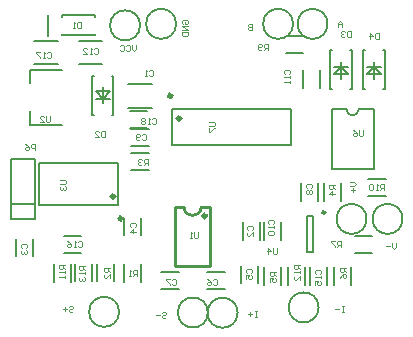
<source format=gbo>
G04*
G04 #@! TF.GenerationSoftware,Altium Limited,Altium Designer,23.10.1 (27)*
G04*
G04 Layer_Color=32896*
%FSLAX25Y25*%
%MOIN*%
G70*
G04*
G04 #@! TF.SameCoordinates,05B082E4-6B6C-4FD1-8055-B93BD63D6B00*
G04*
G04*
G04 #@! TF.FilePolarity,Positive*
G04*
G01*
G75*
%ADD10C,0.01000*%
%ADD12C,0.00787*%
%ADD14C,0.00500*%
%ADD15C,0.00300*%
%ADD61C,0.01181*%
%ADD62C,0.00984*%
%ADD63C,0.00600*%
D10*
X57641Y-66677D02*
G03*
X63361Y-66658I2859J176D01*
G01*
X54594Y-86343D02*
X66405D01*
X54594Y-66658D02*
X57641D01*
X63361D02*
X66405D01*
X54594Y-86343D02*
Y-66658D01*
X66405Y-86343D02*
Y-66658D01*
D12*
X105500Y-5500D02*
G03*
X105500Y-5500I-5000J0D01*
G01*
X118500Y-70500D02*
G03*
X118500Y-70500I-5000J0D01*
G01*
X130500D02*
G03*
X130500Y-70500I-5000J0D01*
G01*
X65600Y-101700D02*
G03*
X65600Y-101700I-5000J0D01*
G01*
X36000Y-101500D02*
G03*
X36000Y-101500I-5000J0D01*
G01*
X43000Y-6000D02*
G03*
X43000Y-6000I-5000J0D01*
G01*
X55000Y-5500D02*
G03*
X55000Y-5500I-5000J0D01*
G01*
X75500Y-101800D02*
G03*
X75500Y-101800I-5000J0D01*
G01*
X102500Y-100000D02*
G03*
X102500Y-100000I-5000J0D01*
G01*
X94000Y-5500D02*
G03*
X94000Y-5500I-5000J0D01*
G01*
X7718Y-19037D02*
X15592D01*
X7718Y-11163D02*
X15592D01*
X98516Y-81602D02*
Y-69398D01*
X100484Y-81602D02*
Y-69398D01*
X98516Y-81602D02*
X100484D01*
X98516Y-69398D02*
X100484D01*
X16890Y-2654D02*
X28110D01*
X16890Y-9347D02*
X28110D01*
X16890Y-3047D02*
Y-2654D01*
X28110Y-3047D02*
Y-2654D01*
X16890Y-9347D02*
Y-8953D01*
X28110Y-9347D02*
Y-8953D01*
X12264Y-9543D02*
Y-2457D01*
X22563Y-18937D02*
X30437D01*
X22563Y-11063D02*
X30437D01*
X0Y-50400D02*
X8000D01*
Y-70500D02*
Y-50400D01*
X-13Y-70500D02*
X7987D01*
X0Y-65500D02*
X8000D01*
X0Y-70500D02*
Y-50400D01*
X39063Y-25563D02*
X46937D01*
X39063Y-33437D02*
X46937D01*
X82854Y-77453D02*
Y-71547D01*
X77146Y-77453D02*
Y-71547D01*
X7354Y-82953D02*
Y-77047D01*
X1646Y-82953D02*
Y-77047D01*
X43354Y-75953D02*
Y-70047D01*
X37646Y-75953D02*
Y-70047D01*
X76646Y-91953D02*
Y-86047D01*
X82354Y-91953D02*
Y-86047D01*
X65449Y-93854D02*
X71354D01*
X65449Y-88146D02*
X71354D01*
X50047D02*
X55953D01*
X50047Y-93854D02*
X55953D01*
X102354Y-64453D02*
Y-58547D01*
X96646Y-64453D02*
Y-58547D01*
X40047Y-40646D02*
X45953D01*
X40047Y-46354D02*
X45953D01*
X89854Y-77453D02*
Y-71547D01*
X84146Y-77453D02*
Y-71547D01*
X97146Y-26854D02*
Y-20949D01*
X102854Y-26854D02*
Y-20949D01*
X37646Y-91551D02*
Y-85646D01*
X43354Y-91551D02*
Y-85646D01*
X28646Y-91354D02*
Y-85449D01*
X34354Y-91354D02*
Y-85449D01*
X40047Y-48646D02*
X45953D01*
X40047Y-54354D02*
X45953D01*
X109854Y-64453D02*
Y-58547D01*
X104146Y-64453D02*
Y-58547D01*
X89854Y-92453D02*
Y-86547D01*
X84146Y-92453D02*
Y-86547D01*
X107646Y-92453D02*
Y-86547D01*
X113354Y-92453D02*
Y-86547D01*
X114547Y-81854D02*
X120453D01*
X114547Y-76146D02*
X120453D01*
X91547Y-15354D02*
X97453D01*
X91547Y-9646D02*
X97453D01*
X105354Y-92453D02*
Y-86547D01*
X99646Y-92453D02*
Y-86547D01*
X17547Y-81854D02*
X23453D01*
X17547Y-76146D02*
X23453D01*
X39547Y-34646D02*
X45453D01*
X39547Y-40354D02*
X45453D01*
X119047Y-57146D02*
X124953D01*
X119047Y-62854D02*
X124953D01*
X14146Y-91453D02*
Y-85547D01*
X19854Y-91453D02*
Y-85547D01*
X97854Y-92453D02*
Y-86547D01*
X92146Y-92453D02*
Y-86547D01*
X26854Y-91354D02*
Y-85449D01*
X21146Y-91354D02*
Y-85449D01*
D14*
X111819Y-34000D02*
G03*
X115819Y-34000I2000J0D01*
G01*
X124543Y-27327D02*
Y-14327D01*
X117457Y-27327D02*
Y-14327D01*
X118600Y-22289D02*
X120962Y-19927D01*
X118600Y-22289D02*
X123324D01*
X120962Y-19927D02*
X123324Y-22289D01*
X118600Y-19927D02*
X123324D01*
X124000Y-27327D02*
X124543D01*
X117457D02*
X118000D01*
X124000Y-14327D02*
X124543D01*
X117457D02*
X118000D01*
X121000Y-23827D02*
Y-18327D01*
X120819Y-54000D02*
Y-34000D01*
X106819Y-54000D02*
Y-34000D01*
Y-54000D02*
X120819D01*
X115819Y-34000D02*
X120819D01*
X106819D02*
X111819D01*
X26957Y-36000D02*
Y-23000D01*
X34043Y-36000D02*
Y-23000D01*
X30538Y-30400D02*
X32900Y-28038D01*
X28176D02*
X32900D01*
X28176D02*
X30538Y-30400D01*
X28176D02*
X32900D01*
X26957Y-23000D02*
X27500D01*
X33500D02*
X34043D01*
X26957Y-36000D02*
X27500D01*
X33500D02*
X34043D01*
X30500Y-32000D02*
Y-26500D01*
X113543Y-27327D02*
Y-14327D01*
X106457Y-27327D02*
Y-14327D01*
X107600Y-22289D02*
X109962Y-19927D01*
X107600Y-22289D02*
X112324D01*
X109962Y-19927D02*
X112324Y-22289D01*
X107600Y-19927D02*
X112324D01*
X113000Y-27327D02*
X113543D01*
X106457D02*
X107000D01*
X113000Y-14327D02*
X113543D01*
X106457D02*
X107000D01*
X110000Y-23827D02*
Y-18327D01*
D15*
X12066Y-15234D02*
X12399Y-14900D01*
X13066D01*
X13399Y-15234D01*
Y-16566D01*
X13066Y-16900D01*
X12399D01*
X12066Y-16566D01*
X11400Y-16900D02*
X10733D01*
X11067D01*
Y-14900D01*
X11400Y-15234D01*
X9734Y-14900D02*
X8401D01*
Y-15234D01*
X9734Y-16566D01*
Y-16900D01*
X16200Y-57434D02*
X17866D01*
X18200Y-57767D01*
Y-58434D01*
X17866Y-58767D01*
X16200D01*
X16533Y-59433D02*
X16200Y-59767D01*
Y-60433D01*
X16533Y-60766D01*
X16867D01*
X17200Y-60433D01*
Y-60100D01*
Y-60433D01*
X17533Y-60766D01*
X17866D01*
X18200Y-60433D01*
Y-59767D01*
X17866Y-59433D01*
X110167Y-6500D02*
Y-5167D01*
X109500Y-4500D01*
X108834Y-5167D01*
Y-6500D01*
Y-5500D01*
X110167D01*
X80166Y-5500D02*
Y-7500D01*
X79167D01*
X78834Y-7166D01*
Y-6833D01*
X79167Y-6500D01*
X80166D01*
X79167D01*
X78834Y-6167D01*
Y-5833D01*
X79167Y-5500D01*
X80166D01*
X111000Y-99500D02*
X110333D01*
X110666D01*
Y-101500D01*
X111000D01*
X110333D01*
X109333Y-100500D02*
X108001D01*
X81999Y-101300D02*
X81333D01*
X81666D01*
Y-103300D01*
X81999D01*
X81333D01*
X80333Y-102300D02*
X79001D01*
X79667Y-101634D02*
Y-102966D01*
X57333Y-5667D02*
X57000Y-5334D01*
Y-4667D01*
X57333Y-4334D01*
X58666D01*
X59000Y-4667D01*
Y-5334D01*
X58666Y-5667D01*
X58000D01*
Y-5001D01*
X59000Y-6334D02*
X57000D01*
X59000Y-7666D01*
X57000D01*
Y-8333D02*
X59000D01*
Y-9333D01*
X58666Y-9666D01*
X57333D01*
X57000Y-9333D01*
Y-8333D01*
X41666Y-12500D02*
Y-13833D01*
X40999Y-14500D01*
X40333Y-13833D01*
Y-12500D01*
X38334Y-12833D02*
X38667Y-12500D01*
X39333D01*
X39666Y-12833D01*
Y-14166D01*
X39333Y-14500D01*
X38667D01*
X38334Y-14166D01*
X36334Y-12833D02*
X36667Y-12500D01*
X37334D01*
X37667Y-12833D01*
Y-14166D01*
X37334Y-14500D01*
X36667D01*
X36334Y-14166D01*
X19333Y-99834D02*
X19666Y-99500D01*
X20333D01*
X20666Y-99834D01*
Y-100167D01*
X20333Y-100500D01*
X19666D01*
X19333Y-100833D01*
Y-101166D01*
X19666Y-101500D01*
X20333D01*
X20666Y-101166D01*
X18667Y-100500D02*
X17334D01*
X18000Y-99834D02*
Y-101166D01*
X50433Y-102033D02*
X50766Y-101700D01*
X51433D01*
X51766Y-102033D01*
Y-102367D01*
X51433Y-102700D01*
X50766D01*
X50433Y-103033D01*
Y-103366D01*
X50766Y-103700D01*
X51433D01*
X51766Y-103366D01*
X49767Y-102700D02*
X48434D01*
X128166Y-78500D02*
Y-79833D01*
X127500Y-80500D01*
X126833Y-79833D01*
Y-78500D01*
X126167Y-79500D02*
X124834D01*
X113000Y-58334D02*
X114333D01*
X115000Y-59000D01*
X114333Y-59667D01*
X113000D01*
X114000Y-60333D02*
Y-61666D01*
X113333Y-61000D02*
X114666D01*
X66000Y-38334D02*
X67666D01*
X68000Y-38667D01*
Y-39334D01*
X67666Y-39667D01*
X66000D01*
Y-40333D02*
Y-41666D01*
X66334D01*
X67666Y-40333D01*
X68000D01*
X24700Y-86201D02*
X22700D01*
Y-87200D01*
X23033Y-87534D01*
X23700D01*
X24033Y-87200D01*
Y-86201D01*
Y-86867D02*
X24700Y-87534D01*
Y-88200D02*
Y-88867D01*
Y-88533D01*
X22700D01*
X23033Y-88200D01*
Y-89866D02*
X22700Y-90200D01*
Y-90866D01*
X23033Y-91199D01*
X23367D01*
X23700Y-90866D01*
Y-90533D01*
Y-90866D01*
X24033Y-91199D01*
X24366D01*
X24700Y-90866D01*
Y-90200D01*
X24366Y-89866D01*
X96200Y-86001D02*
X94200D01*
Y-87001D01*
X94533Y-87334D01*
X95200D01*
X95533Y-87001D01*
Y-86001D01*
Y-86667D02*
X96200Y-87334D01*
Y-88000D02*
Y-88667D01*
Y-88333D01*
X94200D01*
X94533Y-88000D01*
X96200Y-90999D02*
Y-89666D01*
X94867Y-90999D01*
X94533D01*
X94200Y-90666D01*
Y-90000D01*
X94533Y-89666D01*
X18100Y-85734D02*
X16100D01*
Y-86734D01*
X16433Y-87067D01*
X17100D01*
X17433Y-86734D01*
Y-85734D01*
Y-86401D02*
X18100Y-87067D01*
Y-87733D02*
Y-88400D01*
Y-88067D01*
X16100D01*
X16433Y-87733D01*
X18100Y-89399D02*
Y-90066D01*
Y-89733D01*
X16100D01*
X16433Y-89399D01*
X124199Y-60800D02*
Y-58800D01*
X123199D01*
X122866Y-59133D01*
Y-59800D01*
X123199Y-60133D01*
X124199D01*
X123533D02*
X122866Y-60800D01*
X122200D02*
X121533D01*
X121867D01*
Y-58800D01*
X122200Y-59133D01*
X120534D02*
X120201Y-58800D01*
X119534D01*
X119201Y-59133D01*
Y-60466D01*
X119534Y-60800D01*
X120201D01*
X120534Y-60466D01*
Y-59133D01*
X46966Y-37133D02*
X47300Y-36800D01*
X47966D01*
X48299Y-37133D01*
Y-38466D01*
X47966Y-38800D01*
X47300D01*
X46966Y-38466D01*
X46300Y-38800D02*
X45633D01*
X45967D01*
Y-36800D01*
X46300Y-37133D01*
X44634D02*
X44300Y-36800D01*
X43634D01*
X43301Y-37133D01*
Y-37467D01*
X43634Y-37800D01*
X43301Y-38133D01*
Y-38466D01*
X43634Y-38800D01*
X44300D01*
X44634Y-38466D01*
Y-38133D01*
X44300Y-37800D01*
X44634Y-37467D01*
Y-37133D01*
X44300Y-37800D02*
X43634D01*
X22266Y-78233D02*
X22600Y-77900D01*
X23266D01*
X23599Y-78233D01*
Y-79566D01*
X23266Y-79900D01*
X22600D01*
X22266Y-79566D01*
X21600Y-79900D02*
X20933D01*
X21267D01*
Y-77900D01*
X21600Y-78233D01*
X18601Y-77900D02*
X19267Y-78233D01*
X19934Y-78900D01*
Y-79566D01*
X19601Y-79900D01*
X18934D01*
X18601Y-79566D01*
Y-79233D01*
X18934Y-78900D01*
X19934D01*
X101734Y-88734D02*
X101400Y-88401D01*
Y-87734D01*
X101734Y-87401D01*
X103066D01*
X103400Y-87734D01*
Y-88401D01*
X103066Y-88734D01*
X103400Y-89400D02*
Y-90067D01*
Y-89733D01*
X101400D01*
X101734Y-89400D01*
X101400Y-92399D02*
Y-91066D01*
X102400D01*
X102067Y-91733D01*
Y-92066D01*
X102400Y-92399D01*
X103066D01*
X103400Y-92066D01*
Y-91400D01*
X103066Y-91066D01*
X12866Y-36100D02*
Y-37766D01*
X12533Y-38100D01*
X11866D01*
X11533Y-37766D01*
Y-36100D01*
X9534Y-38100D02*
X10867D01*
X9534Y-36767D01*
Y-36434D01*
X9867Y-36100D01*
X10533D01*
X10867Y-36434D01*
X117166Y-41000D02*
Y-42666D01*
X116833Y-43000D01*
X116166D01*
X115833Y-42666D01*
Y-41000D01*
X113834D02*
X114500Y-41333D01*
X115167Y-42000D01*
Y-42666D01*
X114833Y-43000D01*
X114167D01*
X113834Y-42666D01*
Y-42333D01*
X114167Y-42000D01*
X115167D01*
X88766Y-80100D02*
Y-81766D01*
X88433Y-82100D01*
X87766D01*
X87433Y-81766D01*
Y-80100D01*
X85767Y-82100D02*
Y-80100D01*
X86767Y-81100D01*
X85434D01*
X62333Y-74900D02*
Y-76566D01*
X62000Y-76900D01*
X61333D01*
X61000Y-76566D01*
Y-74900D01*
X60334Y-76900D02*
X59667D01*
X60000D01*
Y-74900D01*
X60334Y-75234D01*
X85566Y-14200D02*
Y-12200D01*
X84566D01*
X84233Y-12533D01*
Y-13200D01*
X84566Y-13533D01*
X85566D01*
X84900D02*
X84233Y-14200D01*
X83567Y-13866D02*
X83233Y-14200D01*
X82567D01*
X82234Y-13866D01*
Y-12533D01*
X82567Y-12200D01*
X83233D01*
X83567Y-12533D01*
Y-12867D01*
X83233Y-13200D01*
X82234D01*
X109966Y-79900D02*
Y-77900D01*
X108966D01*
X108633Y-78233D01*
Y-78900D01*
X108966Y-79233D01*
X109966D01*
X109300D02*
X108633Y-79900D01*
X107967Y-77900D02*
X106634D01*
Y-78233D01*
X107967Y-79566D01*
Y-79900D01*
X111700Y-87034D02*
X109700D01*
Y-88034D01*
X110034Y-88367D01*
X110700D01*
X111033Y-88034D01*
Y-87034D01*
Y-87700D02*
X111700Y-88367D01*
X109700Y-90366D02*
X110034Y-89700D01*
X110700Y-89033D01*
X111366D01*
X111700Y-89367D01*
Y-90033D01*
X111366Y-90366D01*
X111033D01*
X110700Y-90033D01*
Y-89033D01*
X88400Y-88234D02*
X86400D01*
Y-89234D01*
X86734Y-89567D01*
X87400D01*
X87733Y-89234D01*
Y-88234D01*
Y-88900D02*
X88400Y-89567D01*
X86400Y-91566D02*
Y-90233D01*
X87400D01*
X87067Y-90900D01*
Y-91233D01*
X87400Y-91566D01*
X88066D01*
X88400Y-91233D01*
Y-90566D01*
X88066Y-90233D01*
X107900Y-59334D02*
X105900D01*
Y-60334D01*
X106234Y-60667D01*
X106900D01*
X107233Y-60334D01*
Y-59334D01*
Y-60000D02*
X107900Y-60667D01*
Y-62333D02*
X105900D01*
X106900Y-61333D01*
Y-62666D01*
X45766Y-52700D02*
Y-50700D01*
X44766D01*
X44433Y-51034D01*
Y-51700D01*
X44766Y-52033D01*
X45766D01*
X45100D02*
X44433Y-52700D01*
X43767Y-51034D02*
X43433Y-50700D01*
X42767D01*
X42434Y-51034D01*
Y-51367D01*
X42767Y-51700D01*
X43100D01*
X42767D01*
X42434Y-52033D01*
Y-52366D01*
X42767Y-52700D01*
X43433D01*
X43767Y-52366D01*
X33000Y-86734D02*
X31000D01*
Y-87734D01*
X31334Y-88067D01*
X32000D01*
X32333Y-87734D01*
Y-86734D01*
Y-87400D02*
X33000Y-88067D01*
Y-90066D02*
Y-88733D01*
X31667Y-90066D01*
X31334D01*
X31000Y-89733D01*
Y-89066D01*
X31334Y-88733D01*
X42133Y-89400D02*
Y-87400D01*
X41133D01*
X40800Y-87734D01*
Y-88400D01*
X41133Y-88733D01*
X42133D01*
X41466D02*
X40800Y-89400D01*
X40134D02*
X39467D01*
X39800D01*
Y-87400D01*
X40134Y-87734D01*
X8100Y-47700D02*
Y-45701D01*
X7100D01*
X6767Y-46034D01*
Y-46700D01*
X7100Y-47034D01*
X8100D01*
X4768Y-45701D02*
X5434Y-46034D01*
X6101Y-46700D01*
Y-47367D01*
X5767Y-47700D01*
X5101D01*
X4768Y-47367D01*
Y-47034D01*
X5101Y-46700D01*
X6101D01*
X122666Y-8500D02*
Y-10500D01*
X121666D01*
X121333Y-10166D01*
Y-8833D01*
X121666Y-8500D01*
X122666D01*
X119667Y-10500D02*
Y-8500D01*
X120667Y-9500D01*
X119334D01*
X113166Y-8000D02*
Y-10000D01*
X112166D01*
X111833Y-9666D01*
Y-8333D01*
X112166Y-8000D01*
X113166D01*
X111167Y-8333D02*
X110834Y-8000D01*
X110167D01*
X109834Y-8333D01*
Y-8667D01*
X110167Y-9000D01*
X110500D01*
X110167D01*
X109834Y-9333D01*
Y-9666D01*
X110167Y-10000D01*
X110834D01*
X111167Y-9666D01*
X31266Y-41300D02*
Y-43300D01*
X30266D01*
X29933Y-42966D01*
Y-41633D01*
X30266Y-41300D01*
X31266D01*
X27934Y-43300D02*
X29267D01*
X27934Y-41967D01*
Y-41633D01*
X28267Y-41300D01*
X28934D01*
X29267Y-41633D01*
X23333Y-5000D02*
Y-7000D01*
X22333D01*
X22000Y-6666D01*
Y-5333D01*
X22333Y-5000D01*
X23333D01*
X21334Y-7000D02*
X20667D01*
X21000D01*
Y-5000D01*
X21334Y-5333D01*
X27566Y-13734D02*
X27900Y-13400D01*
X28566D01*
X28899Y-13734D01*
Y-15066D01*
X28566Y-15400D01*
X27900D01*
X27566Y-15066D01*
X26900Y-15400D02*
X26233D01*
X26567D01*
Y-13400D01*
X26900Y-13734D01*
X23901Y-15400D02*
X25234D01*
X23901Y-14067D01*
Y-13734D01*
X24234Y-13400D01*
X24901D01*
X25234Y-13734D01*
X91334Y-22167D02*
X91000Y-21834D01*
Y-21167D01*
X91334Y-20834D01*
X92666D01*
X93000Y-21167D01*
Y-21834D01*
X92666Y-22167D01*
X93000Y-22833D02*
Y-23500D01*
Y-23167D01*
X91000D01*
X91334Y-22833D01*
X93000Y-24499D02*
Y-25166D01*
Y-24833D01*
X91000D01*
X91334Y-24499D01*
X86133Y-72134D02*
X85800Y-71801D01*
Y-71134D01*
X86133Y-70801D01*
X87466D01*
X87800Y-71134D01*
Y-71801D01*
X87466Y-72134D01*
X87800Y-72800D02*
Y-73467D01*
Y-73133D01*
X85800D01*
X86133Y-72800D01*
Y-74466D02*
X85800Y-74800D01*
Y-75466D01*
X86133Y-75799D01*
X87466D01*
X87800Y-75466D01*
Y-74800D01*
X87466Y-74466D01*
X86133D01*
X43733Y-42434D02*
X44066Y-42100D01*
X44733D01*
X45066Y-42434D01*
Y-43766D01*
X44733Y-44100D01*
X44066D01*
X43733Y-43766D01*
X43067D02*
X42733Y-44100D01*
X42067D01*
X41734Y-43766D01*
Y-42434D01*
X42067Y-42100D01*
X42733D01*
X43067Y-42434D01*
Y-42767D01*
X42733Y-43100D01*
X41734D01*
X98734Y-60367D02*
X98400Y-60034D01*
Y-59367D01*
X98734Y-59034D01*
X100066D01*
X100400Y-59367D01*
Y-60034D01*
X100066Y-60367D01*
X98734Y-61033D02*
X98400Y-61366D01*
Y-62033D01*
X98734Y-62366D01*
X99067D01*
X99400Y-62033D01*
X99733Y-62366D01*
X100066D01*
X100400Y-62033D01*
Y-61366D01*
X100066Y-61033D01*
X99733D01*
X99400Y-61366D01*
X99067Y-61033D01*
X98734D01*
X99400Y-61366D02*
Y-62033D01*
X53733Y-90733D02*
X54066Y-90400D01*
X54733D01*
X55066Y-90733D01*
Y-92066D01*
X54733Y-92400D01*
X54066D01*
X53733Y-92066D01*
X53067Y-90400D02*
X51734D01*
Y-90733D01*
X53067Y-92066D01*
Y-92400D01*
X67433Y-90733D02*
X67766Y-90400D01*
X68433D01*
X68766Y-90733D01*
Y-92066D01*
X68433Y-92400D01*
X67766D01*
X67433Y-92066D01*
X65434Y-90400D02*
X66100Y-90733D01*
X66767Y-91400D01*
Y-92066D01*
X66434Y-92400D01*
X65767D01*
X65434Y-92066D01*
Y-91733D01*
X65767Y-91400D01*
X66767D01*
X78733Y-88567D02*
X78400Y-88234D01*
Y-87567D01*
X78733Y-87234D01*
X80066D01*
X80400Y-87567D01*
Y-88234D01*
X80066Y-88567D01*
X78400Y-90566D02*
Y-89233D01*
X79400D01*
X79067Y-89900D01*
Y-90233D01*
X79400Y-90566D01*
X80066D01*
X80400Y-90233D01*
Y-89566D01*
X80066Y-89233D01*
X39933Y-73067D02*
X39600Y-72734D01*
Y-72067D01*
X39933Y-71734D01*
X41266D01*
X41600Y-72067D01*
Y-72734D01*
X41266Y-73067D01*
X41600Y-74733D02*
X39600D01*
X40600Y-73733D01*
Y-75066D01*
X3734Y-80067D02*
X3400Y-79734D01*
Y-79067D01*
X3734Y-78734D01*
X5066D01*
X5400Y-79067D01*
Y-79734D01*
X5066Y-80067D01*
X3734Y-80733D02*
X3400Y-81067D01*
Y-81733D01*
X3734Y-82066D01*
X4067D01*
X4400Y-81733D01*
Y-81400D01*
Y-81733D01*
X4733Y-82066D01*
X5066D01*
X5400Y-81733D01*
Y-81067D01*
X5066Y-80733D01*
X79033Y-74167D02*
X78700Y-73834D01*
Y-73167D01*
X79033Y-72834D01*
X80366D01*
X80700Y-73167D01*
Y-73834D01*
X80366Y-74167D01*
X80700Y-76166D02*
Y-74833D01*
X79367Y-76166D01*
X79033D01*
X78700Y-75833D01*
Y-75166D01*
X79033Y-74833D01*
X46000Y-21234D02*
X46333Y-20900D01*
X47000D01*
X47333Y-21234D01*
Y-22566D01*
X47000Y-22900D01*
X46333D01*
X46000Y-22566D01*
X45334Y-22900D02*
X44667D01*
X45000D01*
Y-20900D01*
X45334Y-21234D01*
D61*
X37104Y-70303D02*
G03*
X37104Y-70303I-591J0D01*
G01*
X34607Y-63012D02*
G03*
X34607Y-63012I-591J0D01*
G01*
X65091Y-69500D02*
G03*
X65091Y-69500I-591J0D01*
G01*
X53591Y-29500D02*
G03*
X53591Y-29500I-591J0D01*
G01*
X56591Y-36972D02*
G03*
X56591Y-36972I-591J0D01*
G01*
D62*
X104717Y-68315D02*
G03*
X104717Y-68315I-492J0D01*
G01*
D63*
X9405Y-65974D02*
X35595D01*
X9405D02*
Y-52026D01*
X35595D01*
Y-65974D02*
Y-52026D01*
X6473Y-39125D02*
Y-34602D01*
Y-39125D02*
X16915D01*
X6473Y-25331D02*
Y-20808D01*
X16915D01*
X53712Y-34010D02*
X93288D01*
Y-45990D02*
Y-34010D01*
X53712Y-45990D02*
X93288D01*
X53712D02*
Y-34010D01*
M02*

</source>
